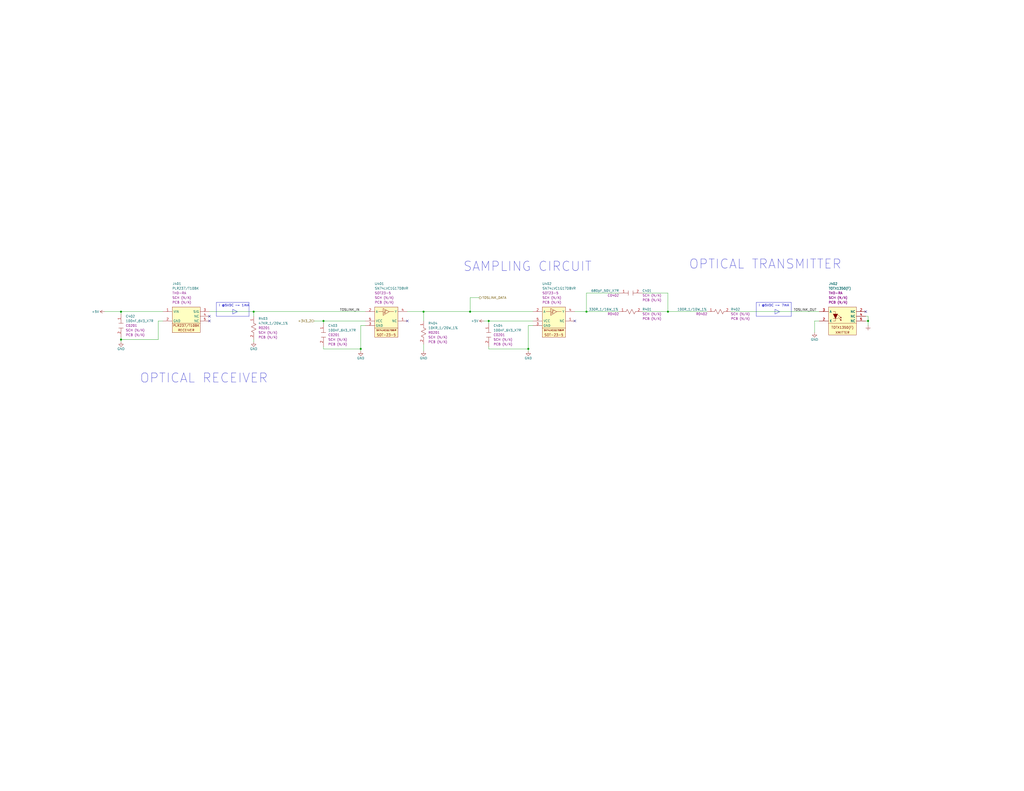
<source format=kicad_sch>
(kicad_sch (version 20230121) (generator eeschema)
  (paper "C")
  (title_block (title "Blender") (date "2023/09/18") (rev "v1.0") (company "Mend0z0") (comment 1 "v1.0") (comment 2 "RELEASED") (comment 3 "Siavash Taher Parvar") (comment 4 "_BOM_Blender_v1.0.html") (comment 5 "_HW_Blender.kicad_pcb") (comment 6 "_GBR_Blender_v1.0") (comment 7 "_ASM_Blender_v1.0") (comment 8 "N/A") (comment 9 "Initial version"))
  (lib_symbols
    (symbol "_SCHLIB_Blender:CAP_CER_100nF_6V3_X7R_C0201"
      (property "Reference" "C" (at 2.54 5.08 0))
      (property "Value" "100nF_6V3_X7R" (at 2.54 7.62 0))
      (property "Package" "C0201" (at 2.54 35.56 0))
      (property "SCH CHECK" "SCH (N/A)" (at 2.54 33.02 0))
      (property "PCB CHECk" "PCB (N/A)" (at 2.54 30.48 0))
      (symbol "CAP_CER_100nF_6V3_X7R_C0201_0_0"
        (polyline (pts (xy 5.08 1.27) (xy 5.08 -1.27)))
        (polyline (pts (xy 7.62 1.27) (xy 7.62 -1.27)))
      )
      (symbol "CAP_CER_100nF_6V3_X7R_C0201_1_1"
        (pin passive line (at 0 0 0) (length 5.08) (name "") (number "1"))
        (pin passive line (at 12.7 0 180) (length 5.08) (name "") (number "2"))
      )
    )
    (symbol "_SCHLIB_Blender:CAP_CER_680pF_50V_X7R_C0402"
      (property "Reference" "C" (at 2.54 3.81 0))
      (property "Value" "680pF_50V_X7R" (at 2.54 6.35 0))
      (property "Package" "C0402" (at 2.54 34.29 0))
      (property "SCH CHECK" "SCH (N/A)" (at 2.54 31.75 0))
      (property "PCB CHECk" "PCB (N/A)" (at 2.54 29.21 0))
      (symbol "CAP_CER_680pF_50V_X7R_C0402_0_0"
        (polyline (pts (xy 5.08 1.27) (xy 5.08 -1.27)))
        (polyline (pts (xy 7.62 1.27) (xy 7.62 -1.27)))
      )
      (symbol "CAP_CER_680pF_50V_X7R_C0402_1_1"
        (pin passive line (at 0 0 0) (length 5.08) (name "") (number "1"))
        (pin passive line (at 12.7 0 180) (length 5.08) (name "") (number "2"))
      )
    )
    (symbol "_SCHLIB_Blender:CONN_OPT-RECIEVER_PLR237/T10BK_3V~5V_RA"
      (property "Reference" "J" (at 3.81 3.81 0))
      (property "Value" "PLR237/T10BK" (at 3.81 6.35 0))
      (property "Package" "THD-RA" (at 3.81 34.29 0))
      (property "SCH CHECK" "SCH (N/A)" (at 3.81 31.75 0))
      (property "PCB CHECk" "PCB (N/A)" (at 3.81 29.21 0))
      (symbol "CONN_OPT-RECIEVER_PLR237/T10BK_3V~5V_RA_0_0"
        (text "PLR237/T10BK" (at 7.62 -10.16 0) (effects (font (size 1.27 1.27))))
      )
      (symbol "CONN_OPT-RECIEVER_PLR237/T10BK_3V~5V_RA_0_1"
        (polyline (pts (xy 0 -8.89) (xy 15.24 -8.89)))
        (rectangle (start 0 0) (end 15.24 -13.97) (fill (type background)))
        (text "RECEIVER" (at 7.62 -12.7 0) (effects (font (size 1.27 1.27))))
      )
      (symbol "CONN_OPT-RECIEVER_PLR237/T10BK_3V~5V_RA_1_1"
        (pin passive line (at -5.08 -2.54 0) (length 5.08) (name "VIN") (number "1"))
        (pin passive line (at -5.08 -7.62 0) (length 5.08) (name "GND") (number "2"))
        (pin passive line (at 20.32 -2.54 180) (length 5.08) (name "SIG") (number "3"))
        (pin passive line (at 20.32 -5.08 180) (length 5.08) (name "NC") (number "4"))
        (pin passive line (at 20.32 -7.62 180) (length 5.08) (name "NC") (number "5"))
      )
    )
    (symbol "_SCHLIB_Blender:CONN_OPT-TRASMITTER_TOTX1350(F)_1.8V_0.030A_RA"
      (property "Reference" "J" (at 2.54 2.54 0))
      (property "Value" "TOTX1350(F)" (at 2.54 5.08 0))
      (property "Package" "THD-RA" (at 2.54 33.02 0))
      (property "SCH CHECK" "SCH (N/A)" (at 2.54 30.48 0))
      (property "PCB CHECk" "PCB (N/A)" (at 2.54 27.94 0))
      (symbol "CONN_OPT-TRASMITTER_TOTX1350(F)_1.8V_0.030A_RA_0_0"
        (text "	\nTOTX1350(F)" (at 7.62 -10.16 0) (effects (font (size 1.27 1.27))))
      )
      (symbol "CONN_OPT-TRASMITTER_TOTX1350(F)_1.8V_0.030A_RA_0_1"
        (polyline (pts (xy 0 -8.89) (xy 15.24 -8.89)))
        (polyline (pts (xy 2.54 -6.35) (xy 5.08 -6.35)))
        (polyline (pts (xy 5.334 -5.6896) (xy 6.604 -6.9596)))
        (polyline (pts (xy 5.334 -4.4196) (xy 6.604 -5.6896)))
        (polyline (pts (xy 2.54 -7.62) (xy 3.81 -7.62) (xy 3.81 -6.35)))
        (polyline (pts (xy 2.54 -2.54) (xy 3.81 -2.54) (xy 3.81 -3.81)))
        (polyline (pts (xy 2.54 -3.81) (xy 5.08 -3.81) (xy 3.81 -6.35) (xy 2.54 -3.81)) (fill (type outline)))
        (polyline (pts (xy 6.8326 -6.7564) (xy 6.35 -7.2136) (xy 7.0104 -7.366) (xy 6.8326 -6.7564)) (fill (type outline)))
        (polyline (pts (xy 6.858 -5.461) (xy 6.3754 -5.9182) (xy 7.0358 -6.0706) (xy 6.858 -5.461)) (fill (type outline)))
        (rectangle (start 0 0) (end 15.24 -15.24) (fill (type background)))
        (text "XMITTER" (at 7.62 -13.97 0) (effects (font (size 1.27 1.27))))
      )
      (symbol "CONN_OPT-TRASMITTER_TOTX1350(F)_1.8V_0.030A_RA_1_1"
        (pin passive line (at -5.08 -7.62 0) (length 5.08) (name "K") (number "2"))
        (pin passive line (at 20.32 -2.54 180) (length 5.08) (name "NC") (number "2"))
        (pin passive line (at -5.08 -2.54 0) (length 5.08) (name "A") (number "3"))
        (pin passive line (at 20.32 -5.08 180) (length 5.08) (name "NC") (number "4"))
        (pin passive line (at 20.32 -7.62 180) (length 5.08) (name "NC") (number "5"))
      )
    )
    (symbol "_SCHLIB_Blender:IC_BUFFER_SN74LVC1G17DBVR_NON-INV_5.5V_0.032_SOT-23-5"
      (property "Reference" "U" (at 2.54 3.81 0))
      (property "Value" "SN74LVC1G17DBVR" (at 2.54 6.35 0))
      (property "Package" "SOT23-5" (at 2.54 34.29 0))
      (property "SCH CHECK" "SCH (N/A)" (at 2.54 31.75 0))
      (property "PCB CHECK" "PCB (N/A)" (at 2.54 29.21 0))
      (symbol "IC_BUFFER_SN74LVC1G17DBVR_NON-INV_5.5V_0.032_SOT-23-5_0_0"
        (text "SN74LVC1G17DBVR" (at 6.35 -12.7 0) (effects (font (size 0.762 0.762))))
        (text "SOT-23-5" (at 6.35 -15.24 0) (effects (font (size 1.27 1.27))))
      )
      (symbol "IC_BUFFER_SN74LVC1G17DBVR_NON-INV_5.5V_0.032_SOT-23-5_0_1"
        (polyline (pts (xy 0 -11.43) (xy 12.7 -11.43)))
        (polyline (pts (xy 4.572 -2.54) (xy 2.032 -2.54)))
        (polyline (pts (xy 7.874 -2.54) (xy 10.414 -2.54)))
        (polyline (pts (xy 5.334 -3.302) (xy 5.842 -3.302) (xy 5.842 -2.032)))
        (polyline (pts (xy 4.572 -0.762) (xy 4.572 -4.572) (xy 7.874 -2.54) (xy 4.572 -0.762)))
        (polyline (pts (xy 6.35 -2.032) (xy 5.334 -2.032) (xy 5.334 -3.302) (xy 4.826 -3.302)))
        (rectangle (start 0 0) (end 12.7 -16.51) (fill (type background)))
      )
      (symbol "IC_BUFFER_SN74LVC1G17DBVR_NON-INV_5.5V_0.032_SOT-23-5_1_1"
        (pin passive line (at 17.78 -7.62 180) (length 5.08) (name "NC") (number "1"))
        (pin passive line (at -5.08 -2.54 0) (length 5.08) (name "A") (number "2"))
        (pin passive line (at -5.08 -10.16 0) (length 5.08) (name "GND") (number "3"))
        (pin passive line (at 17.78 -2.54 180) (length 5.08) (name "Y") (number "4"))
        (pin passive line (at -5.08 -7.62 0) (length 5.08) (name "VCC") (number "5"))
      )
    )
    (symbol "_SCHLIB_Blender:RES_100R_1/10W_1%_R0402"
      (property "Reference" "R" (at 2.54 3.81 0))
      (property "Value" "100R_1/10W_1%" (at 2.54 6.35 0))
      (property "Package" "R0402" (at 2.54 34.29 0))
      (property "SCH CHECK" "SCH (N/A)" (at 2.54 31.75 0))
      (property "PCB CHECk" "PCB (N/A)" (at 2.54 29.21 0))
      (symbol "RES_100R_1/10W_1%_R0402_0_0"
        (polyline (pts (xy 3.81 0) (xy 4.445 1.27) (xy 5.715 -1.27) (xy 6.985 1.27) (xy 8.255 -1.27) (xy 8.89 0)))
      )
      (symbol "RES_100R_1/10W_1%_R0402_1_1"
        (pin passive line (at 0 0 0) (length 3.81) (name "") (number "1"))
        (pin passive line (at 12.7 0 180) (length 3.81) (name "") (number "2"))
      )
    )
    (symbol "_SCHLIB_Blender:RES_10KR_1/20W_1%_R0201"
      (property "Reference" "R" (at 2.54 5.08 0))
      (property "Value" "10KR_1/20W_1%" (at 2.54 7.62 0))
      (property "Package" "R0201" (at 2.54 35.56 0))
      (property "SCH CHECK" "SCH (N/A)" (at 2.54 33.02 0))
      (property "PCB CHECk" "PCB (N/A)" (at 2.54 30.48 0))
      (symbol "RES_10KR_1/20W_1%_R0201_0_0"
        (polyline (pts (xy 3.81 0) (xy 4.445 1.27) (xy 5.715 -1.27) (xy 6.985 1.27) (xy 8.255 -1.27) (xy 8.89 0)))
      )
      (symbol "RES_10KR_1/20W_1%_R0201_1_1"
        (pin passive line (at 0 0 0) (length 3.81) (name "") (number "1"))
        (pin passive line (at 12.7 0 180) (length 3.81) (name "") (number "2"))
      )
    )
    (symbol "_SCHLIB_Blender:RES_330R_1/16W_1%_R0402"
      (property "Reference" "R" (at 3.81 3.81 0))
      (property "Value" "330R_1/16W_1%" (at 3.81 6.35 0))
      (property "Package" "R0402" (at 3.81 34.29 0))
      (property "SCH CHECK" "SCH (N/A)" (at 3.81 31.75 0))
      (property "PCB CHECk" "PCB (N/A)" (at 3.81 29.21 0))
      (symbol "RES_330R_1/16W_1%_R0402_0_0"
        (polyline (pts (xy 3.81 0) (xy 4.445 1.27) (xy 5.715 -1.27) (xy 6.985 1.27) (xy 8.255 -1.27) (xy 8.89 0)))
      )
      (symbol "RES_330R_1/16W_1%_R0402_1_1"
        (pin passive line (at 0 0 0) (length 3.81) (name "") (number "1"))
        (pin passive line (at 12.7 0 180) (length 3.81) (name "") (number "2"))
      )
    )
    (symbol "_SCHLIB_Blender:RES_47KR_1/20W_1%_R0201"
      (property "Reference" "R" (at 2.54 3.81 0))
      (property "Value" "47KR_1/20W_1%" (at 2.54 6.35 0))
      (property "Package" "R0201" (at 2.54 34.29 0))
      (property "SCH CHECK" "SCH (N/A)" (at 2.54 31.75 0))
      (property "PCB CHECk" "PCB (N/A)" (at 2.54 29.21 0))
      (symbol "RES_47KR_1/20W_1%_R0201_0_0"
        (polyline (pts (xy 3.81 0) (xy 4.445 1.27) (xy 5.715 -1.27) (xy 6.985 1.27) (xy 8.255 -1.27) (xy 8.89 0)))
      )
      (symbol "RES_47KR_1/20W_1%_R0201_1_1"
        (pin passive line (at 0 0 0) (length 3.81) (name "") (number "1"))
        (pin passive line (at 12.7 0 180) (length 3.81) (name "") (number "2"))
      )
    )
    (symbol "power:+5V" (power) (pin_names (offset 0))
      (property "Value" "+5V" (at 0 3.556 0))
      (symbol "+5V_0_1"
        (polyline (pts (xy -0.762 1.27) (xy 0 2.54)))
        (polyline (pts (xy 0 0) (xy 0 2.54)))
        (polyline (pts (xy 0 2.54) (xy 0.762 1.27)))
      )
      (symbol "+5V_1_1"
        (pin power_in line (at 0 0 90) (length 0) hide (name "+5V") (number "1"))
      )
    )
    (symbol "power:Earth" (power) (pin_names (offset 0))
      (symbol "Earth_0_1"
        (polyline (pts (xy -0.635 -1.905) (xy 0.635 -1.905)))
        (polyline (pts (xy -0.127 -2.54) (xy 0.127 -2.54)))
        (polyline (pts (xy 0 -1.27) (xy 0 0)))
        (polyline (pts (xy 1.27 -1.27) (xy -1.27 -1.27)))
      )
      (symbol "Earth_1_1"
        (pin power_in line (at 0 0 270) (length 0) hide (name "Earth") (number "1"))
      )
    )
    (symbol "power:GND" (power) (pin_names (offset 0))
      (property "Value" "GND" (at 0 -3.81 0))
      (symbol "GND_0_1"
        (polyline (pts (xy 0 0) (xy 0 -1.27) (xy 1.27 -1.27) (xy 0 -2.54) (xy -1.27 -1.27) (xy 0 -1.27)))
      )
      (symbol "GND_1_1"
        (pin power_in line (at 0 0 270) (length 0) hide (name "GND") (number "1"))
      )
    )
  )
  (junction (at 196.85 190.5))
  (junction (at 66.04 185.42))
  (junction (at 288.29 190.5))
  (junction (at 66.04 170.18))
  (junction (at 364.49 170.18))
  (junction (at 473.71 175.26))
  (junction (at 138.43 170.18))
  (junction (at 176.53 175.26))
  (junction (at 266.7 175.26))
  (junction (at 256.54 170.18))
  (junction (at 231.14 170.18))
  (junction (at 320.04 170.18))
  (no_connect (at 472.44 170.18))
  (no_connect (at 313.69 175.26))
  (no_connect (at 222.25 175.26))
  (no_connect (at 114.3 172.72))
  (no_connect (at 114.3 175.26))
  (wire (pts (xy 266.7 190.5) (xy 288.29 190.5)))
  (wire (pts (xy 231.14 170.18) (xy 231.14 175.26)))
  (wire (pts (xy 176.53 175.26) (xy 176.53 176.53)))
  (polyline (pts (xy 412.75 165.1) (xy 431.8 165.1)))
  (wire (pts (xy 320.04 170.18) (xy 337.82 170.18)))
  (polyline (pts (xy 127 168.91) (xy 129.54 170.18)))
  (wire (pts (xy 114.3 170.18) (xy 138.43 170.18)))
  (wire (pts (xy 472.44 172.72) (xy 473.71 172.72)))
  (polyline (pts (xy 135.89 172.72) (xy 118.11 172.72)))
  (wire (pts (xy 473.71 175.26) (xy 473.71 177.8)))
  (polyline (pts (xy 431.8 172.72) (xy 412.75 172.72)))
  (wire (pts (xy 398.78 170.18) (xy 447.04 170.18)))
  (wire (pts (xy 88.9 175.26) (xy 86.36 175.26)))
  (wire (pts (xy 266.7 189.23) (xy 266.7 190.5)))
  (polyline (pts (xy 422.91 168.91) (xy 425.45 170.18)))
  (wire (pts (xy 350.52 170.18) (xy 364.49 170.18)))
  (wire (pts (xy 138.43 170.18) (xy 138.43 172.72)))
  (wire (pts (xy 472.44 175.26) (xy 473.71 175.26)))
  (wire (pts (xy 364.49 160.02) (xy 364.49 170.18)))
  (wire (pts (xy 57.15 170.18) (xy 66.04 170.18)))
  (polyline (pts (xy 422.91 171.45) (xy 425.45 170.18)))
  (polyline (pts (xy 431.8 165.1) (xy 431.8 172.72)))
  (polyline (pts (xy 118.11 165.1) (xy 135.89 165.1)))
  (wire (pts (xy 222.25 170.18) (xy 231.14 170.18)))
  (wire (pts (xy 350.52 160.02) (xy 364.49 160.02)))
  (wire (pts (xy 266.7 175.26) (xy 266.7 176.53)))
  (wire (pts (xy 66.04 184.15) (xy 66.04 185.42)))
  (wire (pts (xy 66.04 170.18) (xy 66.04 171.45)))
  (wire (pts (xy 176.53 190.5) (xy 196.85 190.5)))
  (wire (pts (xy 88.9 170.18) (xy 66.04 170.18)))
  (wire (pts (xy 473.71 172.72) (xy 473.71 175.26)))
  (wire (pts (xy 196.85 190.5) (xy 196.85 177.8)))
  (wire (pts (xy 313.69 170.18) (xy 320.04 170.18)))
  (wire (pts (xy 444.5 175.26) (xy 444.5 181.61)))
  (wire (pts (xy 264.16 175.26) (xy 266.7 175.26)))
  (wire (pts (xy 138.43 170.18) (xy 199.39 170.18)))
  (wire (pts (xy 138.43 186.69) (xy 138.43 185.42)))
  (wire (pts (xy 231.14 170.18) (xy 256.54 170.18)))
  (wire (pts (xy 447.04 175.26) (xy 444.5 175.26)))
  (wire (pts (xy 86.36 175.26) (xy 86.36 185.42)))
  (polyline (pts (xy 422.91 168.91) (xy 422.91 171.45)))
  (polyline (pts (xy 412.75 165.1) (xy 412.75 172.72)))
  (wire (pts (xy 320.04 160.02) (xy 320.04 170.18)))
  (polyline (pts (xy 127 171.45) (xy 129.54 170.18)))
  (wire (pts (xy 288.29 190.5) (xy 288.29 191.77)))
  (wire (pts (xy 261.62 162.56) (xy 256.54 162.56)))
  (wire (pts (xy 266.7 175.26) (xy 290.83 175.26)))
  (wire (pts (xy 171.45 175.26) (xy 176.53 175.26)))
  (wire (pts (xy 176.53 189.23) (xy 176.53 190.5)))
  (wire (pts (xy 66.04 185.42) (xy 86.36 185.42)))
  (wire (pts (xy 176.53 175.26) (xy 199.39 175.26)))
  (wire (pts (xy 288.29 177.8) (xy 290.83 177.8)))
  (wire (pts (xy 256.54 170.18) (xy 290.83 170.18)))
  (wire (pts (xy 256.54 162.56) (xy 256.54 170.18)))
  (polyline (pts (xy 118.11 165.1) (xy 118.11 172.72)))
  (wire (pts (xy 196.85 190.5) (xy 196.85 191.77)))
  (wire (pts (xy 337.82 160.02) (xy 320.04 160.02)))
  (polyline (pts (xy 135.89 165.1) (xy 135.89 172.72)))
  (wire (pts (xy 288.29 190.5) (xy 288.29 177.8)))
  (wire (pts (xy 231.14 191.77) (xy 231.14 187.96)))
  (polyline (pts (xy 127 168.91) (xy 127 171.45)))
  (wire (pts (xy 66.04 185.42) (xy 66.04 186.69)))
  (wire (pts (xy 196.85 177.8) (xy 199.39 177.8)))
  (wire (pts (xy 364.49 170.18) (xy 386.08 170.18)))
  (text "OPTICAL TRANSMITTER" (at 375.92 147.32 0) (effects (font (size 5.08 5.08)) (justify left bottom)))
  (text "I @5VDC ~= 7mA" (at 414.02 167.64 0) (effects (font (size 1.27 1.27)) (justify left bottom)))
  (text "SAMPLING CIRCUIT" (at 252.73 148.59 0) (effects (font (size 5.08 5.08)) (justify left bottom)))
  (text "I @5VDC ~= 1mA" (at 119.38 167.64 0) (effects (font (size 1.27 1.27)) (justify left bottom)))
  (text "OPTICAL RECEIVER" (at 76.2 209.55 0) (effects (font (size 5.08 5.08)) (justify left bottom)))
  (label "TOSLINK_OUT" (at 433.07 170.18 0))
  (label "TOSLINK_IN" (at 185.42 170.18 0))
  (hierarchical_label "TOSLINK_DATA" (shape output) (at 261.62 162.56 0))
  (hierarchical_label "+3V3_2" (shape input) (at 171.45 175.26 180))
  (symbol (lib_id "_SCHLIB_Blender:IC_BUFFER_SN74LVC1G17DBVR_NON-INV_5.5V_0.032_SOT-23-5") (at 204.47 167.64 0) (unit 1)
    (property "Reference" "U401" (at 207.01 154.94 0))
    (property "Value" "SN74LVC1G17DBVR" (at 204.47 157.48 0) (effects (justify left)))
    (property "Footprint" "Package_TO_SOT_SMD:SOT-23-5" (effects hide))
    (property "Datasheet" "https://www.ti.com/general/docs/suppproductinfo.tsp?distId=10&gotoUrl=https%3A%2F%2Fwww.ti.com%2Flit%2Fgpn%2Fsn74lvc1g17" (effects hide))
    (property "Description" "Buffer, Non-Inverting 1 Element 1 Bit per Element Push-Pull Output SOT-23-5" (effects hide))
    (property "Link" "https://www.digikey.ca/en/products/detail/texas-instruments/SN74LVC1G17DBVR/389051" (effects hide))
    (property "SCH CHECK" "SCH (N/A)" (at 204.47 162.56 0) (effects (justify left)))
    (property "Part Number (Manufacturer)" "SN74LVC1G17DBVR" (effects hide))
    (property "PCB CHECK" "PCB (N/A)" (at 204.47 165.1 0) (effects (justify left)))
    (property "Manufacturer" "Texas Instruments" (effects hide))
    (property "Part Number (Vendor)" "296-11933-2-ND" (effects hide))
    (property "Vendor" "Digikey" (effects hide))
    (property "Package" "SOT23-5" (at 204.47 160.02 0) (effects (justify left)))
  )
  (symbol (lib_id "power:GND") (at 138.43 186.69 0) (unit 1)
    (property "Reference" "#PWR0406" (effects hide))
    (property "Value" "GND" (at 138.43 190.5 0))
    (instances (project "_HW_Blender" (path "" (reference "#PWR0406") (unit 1))) (project "_HW_ToslinkToDMX" (path "" (reference "#PWR0405") (unit 1))))
  )
  (symbol (lib_id "_SCHLIB_Blender:RES_10KR_1/20W_1%_R0201") (at 231.14 175.26 270) (unit 1)
    (property "Reference" "R404" (at 233.68 176.53 90) (effects (justify left)))
    (property "Value" "10KR_1/20W_1%" (at 233.68 179.07 90) (effects (justify left)))
    (property "Footprint" "Resistor_SMD:R_0201_0603Metric" (effects hide))
    (property "Datasheet" "https://www.seielect.com/Catalog/SEI-RMCF_RMCP.pdf" (effects hide))
    (property "Description" "10 kOhms ±1% 0.05W, 1/20W Chip Resistor 0201 (0603 Metric) Thick Film" (effects hide))
    (property "Link" "https://www.digikey.ca/en/products/detail/stackpole-electronics-inc/RMCF0201FT10K0/1714990" (effects hide))
    (property "SCH CHECK" "SCH (N/A)" (at 233.68 184.15 90) (effects (justify left)))
    (property "Package" "R0201" (at 233.68 181.61 90) (effects (justify left)))
    (property "Part Number (Manufacturer)" "RMCF0201FT10K0" (effects hide))
    (property "Manufacturer" "Stackpole Electronics Inc" (effects hide))
    (property "Part Number (Vendor)" "RMCF0201FT10K0TR-ND" (effects hide))
    (property "Vendor" "Digikey" (effects hide))
    (property "PCB CHECk" "PCB (N/A)" (at 233.68 186.69 90) (effects (justify left)))
  )
  (symbol (lib_id "_SCHLIB_Blender:CONN_OPT-RECIEVER_PLR237/T10BK_3V~5V_RA") (at 93.98 167.64 0) (unit 1)
    (property "Reference" "J401" (at 96.52 154.94 0))
    (property "Value" "PLR237/T10BK" (at 93.98 157.48 0) (effects (justify left)))
    (property "Footprint" "_PCBLIB_Blender:PLR237T10BK" (effects hide))
    (property "Datasheet" "https://media.digikey.com/pdf/Data%20Sheets/Everlight%20PDFs/PLR237-T10BK_Rev1_3-30-21.pdf" (effects hide))
    (property "Description" "Fiber Optic Receiver Optical 3V ~ 5.5V" (effects hide))
    (property "Link" "https://www.digikey.ca/en/products/detail/everlight-electronics-co-ltd/PLR237-T10BK/14641723" (effects hide))
    (property "SCH CHECK" "SCH (N/A)" (at 93.98 162.56 0) (effects (justify left)))
    (property "Part Number (Manufacturer)" "PLR237/T10BK" (effects hide))
    (property "Package" "THD-RA" (at 93.98 160.02 0) (effects (justify left)))
    (property "Manufacturer" "Everlight Electronics Co Ltd" (effects hide))
    (property "Part Number (Vendor)" "1080-PLR237/T10BK-ND" (effects hide))
    (property "Vendor" "Digikey" (effects hide))
    (property "PCB CHECk" "PCB (N/A)" (at 93.98 165.1 0) (effects (justify left)))
  )
  (symbol (lib_id "_SCHLIB_Blender:CAP_CER_100nF_6V3_X7R_C0201") (at 266.7 176.53 270) (unit 1)
    (property "Reference" "C404" (at 269.24 177.8 90) (effects (justify left)))
    (property "Value" "100nF_6V3_X7R" (at 269.24 180.34 90) (effects (justify left)))
    (property "Footprint" "Capacitor_SMD:C_0201_0603Metric" (effects hide))
    (property "Datasheet" "https://www.yageo.com/upload/media/product/productsearch/datasheet/mlcc/UPY-GPHC_X7R_6.3V-to-250V_22.pdf" (effects hide))
    (property "Description" "0.1 µF ±10% 6.3V Ceramic Capacitor X7R 0201 (0603 Metric)" (effects hide))
    (property "Link" "https://www.digikey.ca/en/products/detail/yageo/CC0201KRX7R5BB104/12698853" (effects hide))
    (property "SCH CHECK" "SCH (N/A)" (at 269.24 185.42 90) (effects (justify left)))
    (property "Package" "C0201" (at 269.24 182.88 90) (effects (justify left)))
    (property "Part Number (Manufacturer)" "CC0201KRX7R5BB104" (effects hide))
    (property "Manufacturer" "YAGEO" (effects hide))
    (property "Part Number (Vendor)" "13-CC0201KRX7R5BB104TR-ND" (effects hide))
    (property "Vendor" "Digikey" (effects hide))
    (property "PCB CHECk" "PCB (N/A)" (at 269.24 187.96 90) (effects (justify left)))
  )
  (symbol (lib_id "_SCHLIB_Blender:RES_100R_1/10W_1%_R0402") (at 386.08 170.18 0) (unit 1)
    (property "Reference" "R402" (at 401.32 168.91 0))
    (property "Value" "100R_1/10W_1%" (at 369.57 168.91 0) (effects (justify left)))
    (property "Footprint" "Resistor_SMD:R_0402_1005Metric" (effects hide))
    (property "Datasheet" "https://industrial.panasonic.com/cdbs/www-data/pdf/RDA0000/AOA0000C304.pdf" (effects hide))
    (property "Description" "100 Ohms ±1% 0.1W, 1/10W Chip Resistor 0402 (1005 Metric) Automotive AEC-Q200 Thick Film" (effects hide))
    (property "Link" "https://www.digikey.ca/en/products/detail/panasonic-electronic-components/ERJ-2RKF1000X/192080" (effects hide))
    (property "SCH CHECK" "SCH (N/A)" (at 398.78 171.45 0) (effects (justify left)))
    (property "Package" "R0402" (at 379.73 171.45 0) (effects (justify left)))
    (property "Part Number (Manufacturer)" "ERJ-2RKF1000X" (effects hide))
    (property "Manufacturer" "Panasonic Electronic Components" (effects hide))
    (property "Part Number (Vendor)" "P100LTR-ND" (effects hide))
    (property "Vendor" "Digikey" (effects hide))
    (property "PCB CHECk" "PCB (N/A)" (at 398.78 173.99 0) (effects (justify left)))
  )
  (symbol (lib_id "_SCHLIB_Blender:CAP_CER_100nF_6V3_X7R_C0201") (at 176.53 176.53 270) (unit 1)
    (property "Reference" "C403" (at 179.07 177.8 90) (effects (justify left)))
    (property "Value" "100nF_6V3_X7R" (at 179.07 180.34 90) (effects (justify left)))
    (property "Footprint" "Capacitor_SMD:C_0201_0603Metric" (effects hide))
    (property "Datasheet" "https://www.yageo.com/upload/media/product/productsearch/datasheet/mlcc/UPY-GPHC_X7R_6.3V-to-250V_22.pdf" (effects hide))
    (property "Description" "0.1 µF ±10% 6.3V Ceramic Capacitor X7R 0201 (0603 Metric)" (effects hide))
    (property "Link" "https://www.digikey.ca/en/products/detail/yageo/CC0201KRX7R5BB104/12698853" (effects hide))
    (property "SCH CHECK" "SCH (N/A)" (at 179.07 185.42 90) (effects (justify left)))
    (property "Package" "C0201" (at 179.07 182.88 90) (effects (justify left)))
    (property "Part Number (Manufacturer)" "CC0201KRX7R5BB104" (effects hide))
    (property "Manufacturer" "YAGEO" (effects hide))
    (property "Part Number (Vendor)" "13-CC0201KRX7R5BB104TR-ND" (effects hide))
    (property "Vendor" "Digikey" (effects hide))
    (property "PCB CHECk" "PCB (N/A)" (at 179.07 187.96 90) (effects (justify left)))
  )
  (symbol (lib_id "power:GND") (at 231.14 191.77 0) (unit 1)
    (property "Reference" "#PWR0408" (effects hide))
    (property "Value" "GND" (at 231.14 195.58 0))
    (instances (project "_HW_Blender" (path "" (reference "#PWR0408") (unit 1))) (project "_HW_ToslinkToDMX" (path "" (reference "#PWR0407") (unit 1))))
  )
  (symbol (lib_id "power:+5V") (at 264.16 175.26 90) (unit 1)
    (property "Reference" "#PWR0402" (effects hide))
    (property "Value" "+5V" (at 259.08 175.26 90))
  )
  (symbol (lib_id "power:+5V") (at 57.15 170.18 90) (unit 1)
    (property "Reference" "#PWR0401" (effects hide))
    (property "Value" "+5V" (at 52.07 170.18 90))
  )
  (symbol (lib_id "power:GND") (at 66.04 186.69 0) (unit 1)
    (property "Reference" "#PWR0405" (effects hide))
    (property "Value" "GND" (at 66.04 190.5 0))
    (instances (project "_HW_Blender" (path "" (reference "#PWR0405") (unit 1))) (project "_HW_ToslinkToDMX" (path "" (reference "#PWR0404") (unit 1))))
  )
  (symbol (lib_id "power:GND") (at 288.29 191.77 0) (unit 1)
    (property "Reference" "#PWR0409" (effects hide))
    (property "Value" "GND" (at 288.29 195.58 0))
    (instances (project "_HW_Blender" (path "" (reference "#PWR0409") (unit 1))) (project "_HW_ToslinkToDMX" (path "" (reference "#PWR0408") (unit 1))))
  )
  (symbol (lib_id "_SCHLIB_Blender:RES_47KR_1/20W_1%_R0201") (at 138.43 172.72 270) (unit 1)
    (property "Reference" "R403" (at 140.97 173.99 90) (effects (justify left)))
    (property "Value" "47KR_1/20W_1%" (at 140.97 176.53 90) (effects (justify left)))
    (property "Footprint" "Resistor_SMD:R_0201_0603Metric" (effects hide))
    (property "Datasheet" "https://www.yageo.com/upload/media/product/productsearch/datasheet/rchip/PYu-AC_51_RoHS_L_9.pdf" (effects hide))
    (property "Description" "47 kOhms ±1% 0.05W, 1/20W Chip Resistor 0201 (0603 Metric) Automotive AEC-Q200, Moisture Resistant Thick Film" (effects hide))
    (property "Link" "https://www.digikey.ca/en/products/detail/yageo/AC0201FR-0747KL/5894664" (effects hide))
    (property "SCH CHECK" "SCH (N/A)" (at 140.97 181.61 90) (effects (justify left)))
    (property "Package" "R0201" (at 140.97 179.07 90) (effects (justify left)))
    (property "Part Number (Manufacturer)" "AC0201FR-0747KL" (effects hide))
    (property "Manufacturer" "YAGEO" (effects hide))
    (property "Part Number (Vendor)" "YAG3425TR-ND" (effects hide))
    (property "Vendor" "Digikey" (effects hide))
    (property "PCB CHECk" "PCB (N/A)" (at 140.97 184.15 90) (effects (justify left)))
  )
  (symbol (lib_id "_SCHLIB_Blender:IC_BUFFER_SN74LVC1G17DBVR_NON-INV_5.5V_0.032_SOT-23-5") (at 295.91 167.64 0) (unit 1)
    (property "Reference" "U402" (at 298.45 154.94 0))
    (property "Value" "SN74LVC1G17DBVR" (at 295.91 157.48 0) (effects (justify left)))
    (property "Footprint" "Package_TO_SOT_SMD:SOT-23-5" (effects hide))
    (property "Datasheet" "https://www.ti.com/general/docs/suppproductinfo.tsp?distId=10&gotoUrl=https%3A%2F%2Fwww.ti.com%2Flit%2Fgpn%2Fsn74lvc1g17" (effects hide))
    (property "Description" "Buffer, Non-Inverting 1 Element 1 Bit per Element Push-Pull Output SOT-23-5" (effects hide))
    (property "Link" "https://www.digikey.ca/en/products/detail/texas-instruments/SN74LVC1G17DBVR/389051" (effects hide))
    (property "SCH CHECK" "SCH (N/A)" (at 295.91 162.56 0) (effects (justify left)))
    (property "Part Number (Manufacturer)" "SN74LVC1G17DBVR" (effects hide))
    (property "PCB CHECK" "PCB (N/A)" (at 295.91 165.1 0) (effects (justify left)))
    (property "Manufacturer" "Texas Instruments" (effects hide))
    (property "Part Number (Vendor)" "296-11933-2-ND" (effects hide))
    (property "Vendor" "Digikey" (effects hide))
    (property "Package" "SOT23-5" (at 295.91 160.02 0) (effects (justify left)))
  )
  (symbol (lib_id "_SCHLIB_Blender:RES_330R_1/16W_1%_R0402") (at 337.82 170.18 0) (unit 1)
    (property "Reference" "R401" (at 353.06 168.91 0))
    (property "Value" "330R_1/16W_1%" (at 321.31 168.91 0) (effects (justify left)))
    (property "Footprint" "Resistor_SMD:R_0402_1005Metric" (effects hide))
    (property "Datasheet" "http://www.passivecomponent.com/wp-content/uploads/chipR/ASC_WR.pdf" (effects hide))
    (property "Description" "330 Ohms ±1% 0.063W, 1/16W Chip Resistor 0402 (1005 Metric) Thick Film" (effects hide))
    (property "Link" "https://www.digikey.ca/en/products/detail/walsin-technology-corporation/WR04X3300FTL/13239224" (effects hide))
    (property "SCH CHECK" "SCH (N/A)" (at 350.52 171.45 0) (effects (justify left)))
    (property "Package" "R0402" (at 331.47 171.45 0) (effects (justify left)))
    (property "Part Number (Manufacturer)" "WR04X3300FTL" (effects hide))
    (property "Manufacturer" "Walsin Technology Corporation" (effects hide))
    (property "Part Number (Vendor)" "1292-WR04X3300FTLTR-ND" (effects hide))
    (property "Vendor " "Digikey" (effects hide))
    (property "PCB CHECk" "PCB (N/A)" (at 350.52 173.99 0) (effects (justify left)))
  )
  (symbol (lib_id "power:GND") (at 444.5 181.61 0) (unit 1)
    (property "Reference" "#PWR0404" (effects hide))
    (property "Value" "GND" (at 444.5 185.42 0))
    (instances (project "_HW_Blender" (path "" (reference "#PWR0404") (unit 1))) (project "_HW_ToslinkToDMX" (path "" (reference "#PWR0403") (unit 1))))
  )
  (symbol (lib_id "_SCHLIB_Blender:CAP_CER_680pF_50V_X7R_C0402") (at 337.82 160.02 0) (unit 1)
    (property "Reference" "C401" (at 353.06 158.75 0))
    (property "Value" "680pF_50V_X7R" (at 322.58 158.75 0) (effects (justify left)))
    (property "Footprint" "Capacitor_SMD:C_0402_1005Metric" (effects hide))
    (property "Datasheet" "http://www.passivecomponent.com/wp-content/uploads/datasheet/WTC_MLCC_General_Purpose.pdf" (effects hide))
    (property "Description" "680 pF ±10% 50V Ceramic Capacitor X7R 0402 (1005 Metric)" (effects hide))
    (property "Link" "https://www.digikey.ca/en/products/detail/walsin-technology-corporation/0402B681K500CT/9354721" (effects hide))
    (property "SCH CHECK" "SCH (N/A)" (at 350.52 161.29 0) (effects (justify left)))
    (property "Package" "C0402" (at 331.47 161.29 0) (effects (justify left)))
    (property "Part Number (Manufacturer)" "0402B681K500CT" (effects hide))
    (property "Manufacturer" "Walsin Technology Corporation" (effects hide))
    (property "Part Number (Vendor)" "1292-1223-2-ND" (effects hide))
    (property "Vendor" "Digikey" (effects hide))
    (property "PCB CHECk" "PCB (N/A)" (at 350.52 163.83 0) (effects (justify left)))
  )
  (symbol (lib_id "power:Earth") (at 473.71 177.8 0) (unit 1)
    (property "Reference" "#PWR0403" (effects hide))
    (property "Value" "Earth" (effects hide))
    (instances (project "_HW_Blender" (path "" (reference "#PWR0403") (unit 1))) (project "_HW_ToslinkToDMX" (path "" (reference "#PWR0409") (unit 1))))
  )
  (symbol (lib_id "power:GND") (at 196.85 191.77 0) (unit 1)
    (property "Reference" "#PWR0407" (effects hide))
    (property "Value" "GND" (at 196.85 195.58 0))
    (instances (project "_HW_Blender" (path "" (reference "#PWR0407") (unit 1))) (project "_HW_ToslinkToDMX" (path "" (reference "#PWR0406") (unit 1))))
  )
  (symbol (lib_id "_SCHLIB_Blender:CAP_CER_100nF_6V3_X7R_C0201") (at 66.04 171.45 270) (unit 1)
    (property "Reference" "C402" (at 68.58 172.72 90) (effects (justify left)))
    (property "Value" "100nF_6V3_X7R" (at 68.58 175.26 90) (effects (justify left)))
    (property "Footprint" "Capacitor_SMD:C_0201_0603Metric" (effects hide))
    (property "Datasheet" "https://www.yageo.com/upload/media/product/productsearch/datasheet/mlcc/UPY-GPHC_X7R_6.3V-to-250V_22.pdf" (effects hide))
    (property "Description" "0.1 µF ±10% 6.3V Ceramic Capacitor X7R 0201 (0603 Metric)" (effects hide))
    (property "Link" "https://www.digikey.ca/en/products/detail/yageo/CC0201KRX7R5BB104/12698853" (effects hide))
    (property "SCH CHECK" "SCH (N/A)" (at 68.58 180.34 90) (effects (justify left)))
    (property "Package" "C0201" (at 68.58 177.8 90) (effects (justify left)))
    (property "Part Number (Manufacturer)" "CC0201KRX7R5BB104" (effects hide))
    (property "Manufacturer" "YAGEO" (effects hide))
    (property "Part Number (Vendor)" "13-CC0201KRX7R5BB104TR-ND" (effects hide))
    (property "Vendor" "Digikey" (effects hide))
    (property "PCB CHECk" "PCB (N/A)" (at 68.58 182.88 90) (effects (justify left)))
  )
  (symbol (lib_id "_SCHLIB_Blender:CONN_OPT-TRASMITTER_TOTX1350(F)_1.8V_0.030A_RA") (at 452.12 167.64 0) (unit 1)
    (property "Reference" "J402" (at 454.66 154.94 0))
    (property "Value" "TOTX1350(F)" (at 452.12 157.48 0) (effects (justify left)))
    (property "Footprint" "_PCBLIB_Blender:TOTX1350_TOS" (effects hide))
    (property "Datasheet" "https://toshiba.semicon-storage.com/info/docget.jsp?did=14728&prodName=TOTX1350(F)" (effects hide))
    (property "Description" "Fiber Optic Transmitter 650nm 1.8V 30 mA TOSLINK" (effects hide))
    (property "Link" "https://www.digikey.ca/en/products/detail/toshiba-semiconductor-and-storage/TOTX1350-F/7100231" (effects hide))
    (property "SCH CHECK" "SCH (N/A)" (at 452.12 162.56 0) (effects (justify left)))
    (property "Part Number (Manufacturer)" "TOTX1350(F)" (effects hide))
    (property "Package" "THD-RA" (at 452.12 160.02 0) (effects (justify left)))
    (property "Manufacturer" "Toshiba Semiconductor and Storage" (effects hide))
    (property "Part Number (Vendor)" "TOTX1350(F)-ND" (effects hide))
    (property "Vendor" "Digikey" (effects hide))
    (property "PCB CHECk" "PCB (N/A)" (at 452.12 165.1 0) (effects (justify left)))
  )
)
</source>
